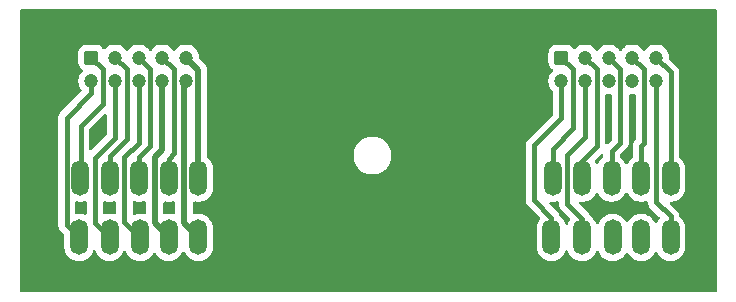
<source format=gbr>
%TF.GenerationSoftware,KiCad,Pcbnew,9.0.5*%
%TF.CreationDate,2025-10-21T11:31:10+02:00*%
%TF.ProjectId,PCB_switches,5043425f-7377-4697-9463-6865732e6b69,rev?*%
%TF.SameCoordinates,Original*%
%TF.FileFunction,Copper,L1,Top*%
%TF.FilePolarity,Positive*%
%FSLAX46Y46*%
G04 Gerber Fmt 4.6, Leading zero omitted, Abs format (unit mm)*
G04 Created by KiCad (PCBNEW 9.0.5) date 2025-10-21 11:31:10*
%MOMM*%
%LPD*%
G01*
G04 APERTURE LIST*
G04 Aperture macros list*
%AMRoundRect*
0 Rectangle with rounded corners*
0 $1 Rounding radius*
0 $2 $3 $4 $5 $6 $7 $8 $9 X,Y pos of 4 corners*
0 Add a 4 corners polygon primitive as box body*
4,1,4,$2,$3,$4,$5,$6,$7,$8,$9,$2,$3,0*
0 Add four circle primitives for the rounded corners*
1,1,$1+$1,$2,$3*
1,1,$1+$1,$4,$5*
1,1,$1+$1,$6,$7*
1,1,$1+$1,$8,$9*
0 Add four rect primitives between the rounded corners*
20,1,$1+$1,$2,$3,$4,$5,0*
20,1,$1+$1,$4,$5,$6,$7,0*
20,1,$1+$1,$6,$7,$8,$9,0*
20,1,$1+$1,$8,$9,$2,$3,0*%
G04 Aperture macros list end*
%TA.AperFunction,ComponentPad*%
%ADD10O,1.500000X3.000000*%
%TD*%
%TA.AperFunction,ComponentPad*%
%ADD11RoundRect,0.250000X-0.350000X-0.350000X0.350000X-0.350000X0.350000X0.350000X-0.350000X0.350000X0*%
%TD*%
%TA.AperFunction,ComponentPad*%
%ADD12C,1.200000*%
%TD*%
%TA.AperFunction,Conductor*%
%ADD13C,0.400000*%
%TD*%
%TA.AperFunction,Conductor*%
%ADD14C,0.500000*%
%TD*%
G04 APERTURE END LIST*
D10*
%TO.P,SW1,1,1*%
%TO.N,Net-(J1-Pin_1)*%
X104047791Y-98217500D03*
%TO.P,SW1,2,2*%
%TO.N,Net-(J1-Pin_2)*%
X106547791Y-98217500D03*
%TO.P,SW1,3,3*%
%TO.N,Net-(J1-Pin_3)*%
X109047791Y-98217500D03*
%TO.P,SW1,4,4*%
%TO.N,Net-(J1-Pin_4)*%
X111547791Y-98217500D03*
%TO.P,SW1,5,5*%
%TO.N,Net-(J1-Pin_5)*%
X114047791Y-98217500D03*
%TO.P,SW1,6,6*%
%TO.N,Net-(J1-Pin_6)*%
X103952210Y-103217500D03*
%TO.P,SW1,7,7*%
%TO.N,Net-(J1-Pin_7)*%
X106547791Y-103217500D03*
%TO.P,SW1,8,8*%
%TO.N,Net-(J1-Pin_8)*%
X109129260Y-103232421D03*
%TO.P,SW1,9,9*%
%TO.N,Net-(J1-Pin_9)*%
X111547791Y-103217500D03*
%TO.P,SW1,10,10*%
%TO.N,Net-(J1-Pin_10)*%
X114047791Y-103217500D03*
%TD*%
D11*
%TO.P,J1,1,Pin_1*%
%TO.N,Net-(J1-Pin_1)*%
X105000000Y-88000000D03*
D12*
%TO.P,J1,2,Pin_2*%
%TO.N,Net-(J1-Pin_2)*%
X107000000Y-88000000D03*
%TO.P,J1,3,Pin_3*%
%TO.N,Net-(J1-Pin_3)*%
X109000000Y-88000000D03*
%TO.P,J1,4,Pin_4*%
%TO.N,Net-(J1-Pin_4)*%
X111000000Y-88000000D03*
%TO.P,J1,5,Pin_5*%
%TO.N,Net-(J1-Pin_5)*%
X113000000Y-88000000D03*
%TO.P,J1,6,Pin_6*%
%TO.N,Net-(J1-Pin_6)*%
X105000000Y-90000000D03*
%TO.P,J1,7,Pin_7*%
%TO.N,Net-(J1-Pin_7)*%
X107000000Y-90000000D03*
%TO.P,J1,8,Pin_8*%
%TO.N,Net-(J1-Pin_8)*%
X109000000Y-90000000D03*
%TO.P,J1,9,Pin_9*%
%TO.N,Net-(J1-Pin_9)*%
X111000000Y-90000000D03*
%TO.P,J1,10,Pin_10*%
%TO.N,Net-(J1-Pin_10)*%
X113000000Y-90000000D03*
%TD*%
D11*
%TO.P,J2,1,Pin_1*%
%TO.N,Net-(J2-Pin_1)*%
X144800000Y-88000000D03*
D12*
%TO.P,J2,2,Pin_2*%
%TO.N,Net-(J2-Pin_2)*%
X146800000Y-88000000D03*
%TO.P,J2,3,Pin_3*%
%TO.N,Net-(J2-Pin_3)*%
X148800000Y-88000000D03*
%TO.P,J2,4,Pin_4*%
%TO.N,Net-(J2-Pin_4)*%
X150800000Y-88000000D03*
%TO.P,J2,5,Pin_5*%
%TO.N,Net-(J2-Pin_5)*%
X152800000Y-88000000D03*
%TO.P,J2,6,Pin_6*%
%TO.N,Net-(J2-Pin_6)*%
X144800000Y-90000000D03*
%TO.P,J2,7,Pin_7*%
%TO.N,Net-(J2-Pin_7)*%
X146800000Y-90000000D03*
%TO.P,J2,8,Pin_8*%
%TO.N,unconnected-(J2-Pin_8-Pad8)*%
X148800000Y-90000000D03*
%TO.P,J2,9,Pin_9*%
%TO.N,unconnected-(J2-Pin_9-Pad9)*%
X150800000Y-90000000D03*
%TO.P,J2,10,Pin_10*%
%TO.N,Net-(J2-Pin_10)*%
X152800000Y-90000000D03*
%TD*%
D10*
%TO.P,SW2,1,1*%
%TO.N,Net-(J2-Pin_1)*%
X144047791Y-98217500D03*
%TO.P,SW2,2,2*%
%TO.N,Net-(J2-Pin_2)*%
X146547791Y-98217500D03*
%TO.P,SW2,3,3*%
%TO.N,Net-(J2-Pin_3)*%
X149047791Y-98217500D03*
%TO.P,SW2,4,4*%
%TO.N,Net-(J2-Pin_4)*%
X151547791Y-98217500D03*
%TO.P,SW2,5,5*%
%TO.N,Net-(J2-Pin_5)*%
X154047791Y-98217500D03*
%TO.P,SW2,6,6*%
%TO.N,Net-(J2-Pin_6)*%
X143952210Y-103217500D03*
%TO.P,SW2,7,7*%
%TO.N,Net-(J2-Pin_7)*%
X146547791Y-103217500D03*
%TO.P,SW2,8,8*%
%TO.N,unconnected-(SW2-Pad8)*%
X149129260Y-103232421D03*
%TO.P,SW2,9,9*%
%TO.N,unconnected-(SW2-Pad9)*%
X151547791Y-103217500D03*
%TO.P,SW2,10,10*%
%TO.N,Net-(J2-Pin_10)*%
X154047791Y-103217500D03*
%TD*%
D13*
%TO.N,Net-(J2-Pin_6)*%
X142500000Y-95400000D02*
X144800000Y-93100000D01*
X144800000Y-93100000D02*
X144800000Y-90000000D01*
X142500000Y-100100000D02*
X142500000Y-95400000D01*
X143952210Y-101552210D02*
X142500000Y-100100000D01*
X143952210Y-103217500D02*
X143952210Y-101552210D01*
%TO.N,Net-(J2-Pin_7)*%
X145284040Y-96215960D02*
X146800000Y-94700000D01*
X146800000Y-94700000D02*
X146800000Y-90000000D01*
X145284040Y-97000000D02*
X145284040Y-96215960D01*
%TO.N,Net-(J2-Pin_10)*%
X152800000Y-100200000D02*
X154047791Y-101447791D01*
X154047791Y-101447791D02*
X154047791Y-103217500D01*
X152800000Y-90000000D02*
X152800000Y-100200000D01*
%TO.N,Net-(J2-Pin_5)*%
X154047791Y-98217500D02*
X154047791Y-89247791D01*
%TO.N,Net-(J2-Pin_4)*%
X151547791Y-95452209D02*
X151547791Y-98217500D01*
X151800000Y-95200000D02*
X151547791Y-95452209D01*
X151800000Y-89000000D02*
X151800000Y-95200000D01*
%TO.N,Net-(J2-Pin_3)*%
X149047791Y-95952209D02*
X149047791Y-98217500D01*
X149800000Y-89000000D02*
X149800000Y-95200000D01*
X149800000Y-95200000D02*
X149047791Y-95952209D01*
%TO.N,Net-(J2-Pin_2)*%
X146547791Y-96752209D02*
X146547791Y-98217500D01*
X147800000Y-89000000D02*
X147800000Y-95500000D01*
X147800000Y-95500000D02*
X146547791Y-96752209D01*
%TO.N,Net-(J2-Pin_1)*%
X144047791Y-95752209D02*
X144047791Y-98217500D01*
X145800000Y-94000000D02*
X144047791Y-95752209D01*
X145800000Y-89000000D02*
X145800000Y-94000000D01*
%TO.N,Net-(J1-Pin_6)*%
X102896791Y-102162081D02*
X103952210Y-103217500D01*
X102896791Y-93103209D02*
X102896791Y-102162081D01*
X105000000Y-91000000D02*
X102896791Y-93103209D01*
X105000000Y-90000000D02*
X105000000Y-91000000D01*
%TO.N,Net-(J1-Pin_1)*%
X104100000Y-98165291D02*
X104047791Y-98217500D01*
X106000000Y-89000000D02*
X106000000Y-91900000D01*
X106000000Y-91900000D02*
X104100000Y-93800000D01*
X104100000Y-93800000D02*
X104100000Y-98165291D01*
%TO.N,Net-(J1-Pin_2)*%
X108000000Y-94900000D02*
X108000000Y-89000000D01*
X106547791Y-96352209D02*
X108000000Y-94900000D01*
X106547791Y-98217500D02*
X106547791Y-96352209D01*
%TO.N,Net-(J1-Pin_3)*%
X110000000Y-95500000D02*
X110000000Y-89000000D01*
X109047791Y-96452209D02*
X110000000Y-95500000D01*
X109047791Y-98217500D02*
X109047791Y-96452209D01*
%TO.N,Net-(J1-Pin_7)*%
X105300000Y-96500000D02*
X107000000Y-94800000D01*
X107000000Y-94800000D02*
X107000000Y-90000000D01*
X105300000Y-101969709D02*
X105300000Y-96500000D01*
X106547791Y-103217500D02*
X105300000Y-101969709D01*
%TO.N,Net-(J1-Pin_8)*%
X107786785Y-101889946D02*
X109129260Y-103232421D01*
X107786785Y-96411064D02*
X107786785Y-101889946D01*
X109000000Y-95197849D02*
X107786785Y-96411064D01*
X109000000Y-90000000D02*
X109000000Y-95197849D01*
D14*
%TO.N,Net-(J1-Pin_9)*%
X110346791Y-102016500D02*
X111547791Y-103217500D01*
X110346791Y-96453209D02*
X110346791Y-102016500D01*
X111000000Y-95800000D02*
X110346791Y-96453209D01*
X111000000Y-90000000D02*
X111000000Y-95800000D01*
D13*
%TO.N,Net-(J1-Pin_4)*%
X112000000Y-96100000D02*
X111547791Y-96552209D01*
X111547791Y-96552209D02*
X111547791Y-98217500D01*
X112000000Y-89000000D02*
X112000000Y-96100000D01*
D14*
%TO.N,Net-(J1-Pin_5)*%
X114051000Y-98214291D02*
X114047791Y-98217500D01*
X114051000Y-89051000D02*
X114051000Y-98214291D01*
X114025500Y-89025500D02*
X114051000Y-89051000D01*
%TO.N,Net-(J1-Pin_10)*%
X112846791Y-90153209D02*
X112846791Y-102016500D01*
X112846791Y-102016500D02*
X114047791Y-103217500D01*
X113000000Y-90000000D02*
X112846791Y-90153209D01*
%TO.N,Net-(J1-Pin_5)*%
X113011003Y-88020909D02*
X114062003Y-89071909D01*
D13*
%TO.N,Net-(J1-Pin_4)*%
X111000000Y-88000000D02*
X112000000Y-89000000D01*
%TO.N,Net-(J1-Pin_3)*%
X110000000Y-89000000D02*
X109000000Y-88000000D01*
%TO.N,Net-(J1-Pin_2)*%
X108000000Y-89000000D02*
X107000000Y-88000000D01*
X106000000Y-97669709D02*
X106547791Y-98217500D01*
D14*
%TO.N,Net-(J1-Pin_1)*%
X103949000Y-98118709D02*
X104047791Y-98217500D01*
D13*
X105000000Y-88000000D02*
X106000000Y-89000000D01*
%TO.N,Net-(J2-Pin_2)*%
X146800000Y-88000000D02*
X147800000Y-89000000D01*
%TO.N,Net-(J2-Pin_1)*%
X144800000Y-88000000D02*
X145800000Y-89000000D01*
%TO.N,Net-(J2-Pin_7)*%
X146547791Y-101647791D02*
X145284040Y-100384040D01*
X145284040Y-100384040D02*
X145284040Y-96956157D01*
X146547791Y-103217500D02*
X146547791Y-101647791D01*
%TO.N,Net-(J2-Pin_4)*%
X150800000Y-88000000D02*
X151800000Y-89000000D01*
%TO.N,Net-(J2-Pin_3)*%
X148800000Y-88000000D02*
X149800000Y-89000000D01*
%TO.N,Net-(J2-Pin_5)*%
X154047791Y-89247791D02*
X152800000Y-88000000D01*
%TD*%
%TA.AperFunction,NonConductor*%
G36*
X157892539Y-83907730D02*
G01*
X157938294Y-83960534D01*
X157949500Y-84012045D01*
X157949500Y-107763045D01*
X157929815Y-107830084D01*
X157877011Y-107875839D01*
X157825500Y-107887045D01*
X99074500Y-107887045D01*
X99007461Y-107867360D01*
X98961706Y-107814556D01*
X98950500Y-107763045D01*
X98950500Y-102231077D01*
X102196290Y-102231077D01*
X102223209Y-102366403D01*
X102223212Y-102366413D01*
X102276013Y-102493888D01*
X102352678Y-102608626D01*
X102352679Y-102608627D01*
X102665391Y-102921338D01*
X102698876Y-102982661D01*
X102701710Y-103009019D01*
X102701710Y-104065922D01*
X102732500Y-104260326D01*
X102793327Y-104447529D01*
X102857230Y-104572945D01*
X102882686Y-104622905D01*
X102998382Y-104782146D01*
X103137564Y-104921328D01*
X103296805Y-105037024D01*
X103379665Y-105079243D01*
X103472180Y-105126382D01*
X103472182Y-105126382D01*
X103472185Y-105126384D01*
X103518101Y-105141303D01*
X103659383Y-105187209D01*
X103853788Y-105218000D01*
X103853793Y-105218000D01*
X104050632Y-105218000D01*
X104245036Y-105187209D01*
X104432235Y-105126384D01*
X104607615Y-105037024D01*
X104766856Y-104921328D01*
X104906038Y-104782146D01*
X105021734Y-104622905D01*
X105111094Y-104447525D01*
X105132070Y-104382967D01*
X105171506Y-104325294D01*
X105235865Y-104298095D01*
X105304711Y-104310009D01*
X105356187Y-104357253D01*
X105367931Y-104382968D01*
X105388908Y-104447529D01*
X105452811Y-104572945D01*
X105478267Y-104622905D01*
X105593963Y-104782146D01*
X105733145Y-104921328D01*
X105892386Y-105037024D01*
X105975246Y-105079243D01*
X106067761Y-105126382D01*
X106067763Y-105126382D01*
X106067766Y-105126384D01*
X106113682Y-105141303D01*
X106254964Y-105187209D01*
X106449369Y-105218000D01*
X106449374Y-105218000D01*
X106646213Y-105218000D01*
X106840617Y-105187209D01*
X107027816Y-105126384D01*
X107203196Y-105037024D01*
X107362437Y-104921328D01*
X107501619Y-104782146D01*
X107617315Y-104622905D01*
X107706675Y-104447525D01*
X107718170Y-104412144D01*
X107757607Y-104354470D01*
X107821965Y-104327271D01*
X107890812Y-104339185D01*
X107942288Y-104386429D01*
X107954031Y-104412142D01*
X107955918Y-104417948D01*
X107970377Y-104462450D01*
X108052133Y-104622905D01*
X108059736Y-104637826D01*
X108175432Y-104797067D01*
X108314614Y-104936249D01*
X108473855Y-105051945D01*
X108556715Y-105094164D01*
X108649230Y-105141303D01*
X108649232Y-105141303D01*
X108649235Y-105141305D01*
X108749577Y-105173908D01*
X108836433Y-105202130D01*
X109030838Y-105232921D01*
X109030843Y-105232921D01*
X109227682Y-105232921D01*
X109422086Y-105202130D01*
X109609285Y-105141305D01*
X109784665Y-105051945D01*
X109943906Y-104936249D01*
X110083088Y-104797067D01*
X110198784Y-104637826D01*
X110231842Y-104572944D01*
X110279814Y-104522150D01*
X110347635Y-104505354D01*
X110413770Y-104527890D01*
X110452811Y-104572945D01*
X110478267Y-104622905D01*
X110593963Y-104782146D01*
X110733145Y-104921328D01*
X110892386Y-105037024D01*
X110975246Y-105079243D01*
X111067761Y-105126382D01*
X111067763Y-105126382D01*
X111067766Y-105126384D01*
X111113682Y-105141303D01*
X111254964Y-105187209D01*
X111449369Y-105218000D01*
X111449374Y-105218000D01*
X111646213Y-105218000D01*
X111840617Y-105187209D01*
X112027816Y-105126384D01*
X112203196Y-105037024D01*
X112362437Y-104921328D01*
X112501619Y-104782146D01*
X112617315Y-104622905D01*
X112687306Y-104485538D01*
X112735280Y-104434743D01*
X112803101Y-104417948D01*
X112869236Y-104440485D01*
X112908275Y-104485538D01*
X112978267Y-104622905D01*
X113093963Y-104782146D01*
X113233145Y-104921328D01*
X113392386Y-105037024D01*
X113475246Y-105079243D01*
X113567761Y-105126382D01*
X113567763Y-105126382D01*
X113567766Y-105126384D01*
X113613682Y-105141303D01*
X113754964Y-105187209D01*
X113949369Y-105218000D01*
X113949374Y-105218000D01*
X114146213Y-105218000D01*
X114340617Y-105187209D01*
X114527816Y-105126384D01*
X114703196Y-105037024D01*
X114862437Y-104921328D01*
X115001619Y-104782146D01*
X115117315Y-104622905D01*
X115206675Y-104447525D01*
X115267500Y-104260326D01*
X115298291Y-104065922D01*
X115298291Y-102369077D01*
X115267500Y-102174673D01*
X115227650Y-102052030D01*
X115206675Y-101987475D01*
X115206673Y-101987472D01*
X115206673Y-101987470D01*
X115124918Y-101827017D01*
X115117315Y-101812095D01*
X115001619Y-101652854D01*
X114862437Y-101513672D01*
X114703196Y-101397976D01*
X114665557Y-101378798D01*
X114527820Y-101308617D01*
X114340617Y-101247790D01*
X114146213Y-101217000D01*
X114146208Y-101217000D01*
X113949374Y-101217000D01*
X113949369Y-101217000D01*
X113754961Y-101247791D01*
X113750225Y-101248928D01*
X113680443Y-101245430D01*
X113623630Y-101204760D01*
X113597824Y-101139830D01*
X113597291Y-101128351D01*
X113597291Y-100306647D01*
X113616976Y-100239608D01*
X113669780Y-100193853D01*
X113738938Y-100183909D01*
X113750249Y-100186076D01*
X113754959Y-100187207D01*
X113754965Y-100187209D01*
X113754970Y-100187209D01*
X113754971Y-100187210D01*
X113949369Y-100218000D01*
X113949374Y-100218000D01*
X114146213Y-100218000D01*
X114340617Y-100187209D01*
X114350773Y-100183909D01*
X114396670Y-100168996D01*
X141799499Y-100168996D01*
X141826418Y-100304322D01*
X141826421Y-100304332D01*
X141879222Y-100431807D01*
X141955887Y-100546545D01*
X141955888Y-100546546D01*
X142950348Y-101541005D01*
X142983833Y-101602328D01*
X142978849Y-101672020D01*
X142962985Y-101701571D01*
X142882688Y-101812090D01*
X142793327Y-101987470D01*
X142732500Y-102174673D01*
X142701710Y-102369077D01*
X142701710Y-104065922D01*
X142732500Y-104260326D01*
X142793327Y-104447529D01*
X142857230Y-104572945D01*
X142882686Y-104622905D01*
X142998382Y-104782146D01*
X143137564Y-104921328D01*
X143296805Y-105037024D01*
X143379665Y-105079243D01*
X143472180Y-105126382D01*
X143472182Y-105126382D01*
X143472185Y-105126384D01*
X143518101Y-105141303D01*
X143659383Y-105187209D01*
X143853788Y-105218000D01*
X143853793Y-105218000D01*
X144050632Y-105218000D01*
X144245036Y-105187209D01*
X144432235Y-105126384D01*
X144607615Y-105037024D01*
X144766856Y-104921328D01*
X144906038Y-104782146D01*
X145021734Y-104622905D01*
X145111094Y-104447525D01*
X145132070Y-104382967D01*
X145171506Y-104325294D01*
X145235865Y-104298095D01*
X145304711Y-104310009D01*
X145356187Y-104357253D01*
X145367931Y-104382968D01*
X145388908Y-104447529D01*
X145452811Y-104572945D01*
X145478267Y-104622905D01*
X145593963Y-104782146D01*
X145733145Y-104921328D01*
X145892386Y-105037024D01*
X145975246Y-105079243D01*
X146067761Y-105126382D01*
X146067763Y-105126382D01*
X146067766Y-105126384D01*
X146113682Y-105141303D01*
X146254964Y-105187209D01*
X146449369Y-105218000D01*
X146449374Y-105218000D01*
X146646213Y-105218000D01*
X146840617Y-105187209D01*
X147027816Y-105126384D01*
X147203196Y-105037024D01*
X147362437Y-104921328D01*
X147501619Y-104782146D01*
X147617315Y-104622905D01*
X147706675Y-104447525D01*
X147718170Y-104412144D01*
X147757607Y-104354470D01*
X147821965Y-104327271D01*
X147890812Y-104339185D01*
X147942288Y-104386429D01*
X147954031Y-104412142D01*
X147955918Y-104417948D01*
X147970377Y-104462450D01*
X148052133Y-104622905D01*
X148059736Y-104637826D01*
X148175432Y-104797067D01*
X148314614Y-104936249D01*
X148473855Y-105051945D01*
X148556715Y-105094164D01*
X148649230Y-105141303D01*
X148649232Y-105141303D01*
X148649235Y-105141305D01*
X148749577Y-105173908D01*
X148836433Y-105202130D01*
X149030838Y-105232921D01*
X149030843Y-105232921D01*
X149227682Y-105232921D01*
X149422086Y-105202130D01*
X149609285Y-105141305D01*
X149784665Y-105051945D01*
X149943906Y-104936249D01*
X150083088Y-104797067D01*
X150198784Y-104637826D01*
X150231842Y-104572944D01*
X150279814Y-104522150D01*
X150347635Y-104505354D01*
X150413770Y-104527890D01*
X150452811Y-104572945D01*
X150478267Y-104622905D01*
X150593963Y-104782146D01*
X150733145Y-104921328D01*
X150892386Y-105037024D01*
X150975246Y-105079243D01*
X151067761Y-105126382D01*
X151067763Y-105126382D01*
X151067766Y-105126384D01*
X151113682Y-105141303D01*
X151254964Y-105187209D01*
X151449369Y-105218000D01*
X151449374Y-105218000D01*
X151646213Y-105218000D01*
X151840617Y-105187209D01*
X152027816Y-105126384D01*
X152203196Y-105037024D01*
X152362437Y-104921328D01*
X152501619Y-104782146D01*
X152617315Y-104622905D01*
X152687306Y-104485538D01*
X152735280Y-104434743D01*
X152803101Y-104417948D01*
X152869236Y-104440485D01*
X152908275Y-104485538D01*
X152978267Y-104622905D01*
X153093963Y-104782146D01*
X153233145Y-104921328D01*
X153392386Y-105037024D01*
X153475246Y-105079243D01*
X153567761Y-105126382D01*
X153567763Y-105126382D01*
X153567766Y-105126384D01*
X153613682Y-105141303D01*
X153754964Y-105187209D01*
X153949369Y-105218000D01*
X153949374Y-105218000D01*
X154146213Y-105218000D01*
X154340617Y-105187209D01*
X154527816Y-105126384D01*
X154703196Y-105037024D01*
X154862437Y-104921328D01*
X155001619Y-104782146D01*
X155117315Y-104622905D01*
X155206675Y-104447525D01*
X155267500Y-104260326D01*
X155298291Y-104065922D01*
X155298291Y-102369077D01*
X155267500Y-102174673D01*
X155227650Y-102052030D01*
X155206675Y-101987475D01*
X155206673Y-101987472D01*
X155206673Y-101987470D01*
X155124918Y-101827017D01*
X155117315Y-101812095D01*
X155001619Y-101652854D01*
X154862437Y-101513672D01*
X154862436Y-101513671D01*
X154798858Y-101467478D01*
X154780969Y-101444278D01*
X154760967Y-101422876D01*
X154758860Y-101415605D01*
X154756193Y-101412147D01*
X154749757Y-101389409D01*
X154748291Y-101381371D01*
X154748291Y-101378798D01*
X154742844Y-101351416D01*
X154721371Y-101243463D01*
X154721369Y-101243458D01*
X154668568Y-101115983D01*
X154591903Y-101001245D01*
X154591902Y-101001244D01*
X154020338Y-100429681D01*
X153986853Y-100368358D01*
X153991837Y-100298667D01*
X154033708Y-100242733D01*
X154099173Y-100218316D01*
X154108019Y-100218000D01*
X154146213Y-100218000D01*
X154340617Y-100187209D01*
X154350773Y-100183909D01*
X154527816Y-100126384D01*
X154703196Y-100037024D01*
X154862437Y-99921328D01*
X155001619Y-99782146D01*
X155117315Y-99622905D01*
X155206675Y-99447525D01*
X155267500Y-99260326D01*
X155298291Y-99065922D01*
X155298291Y-97369077D01*
X155267500Y-97174673D01*
X155215177Y-97013641D01*
X155206675Y-96987475D01*
X155206673Y-96987472D01*
X155206673Y-96987470D01*
X155117314Y-96812094D01*
X155109494Y-96801331D01*
X155001619Y-96652854D01*
X154862437Y-96513672D01*
X154799404Y-96467875D01*
X154756739Y-96412545D01*
X154748291Y-96367558D01*
X154748291Y-89178798D01*
X154744668Y-89160588D01*
X154744668Y-89160586D01*
X154721371Y-89043463D01*
X154721369Y-89043458D01*
X154668568Y-88915983D01*
X154591903Y-88801245D01*
X153936819Y-88146161D01*
X153903334Y-88084838D01*
X153900500Y-88058480D01*
X153900500Y-87913389D01*
X153873402Y-87742302D01*
X153873402Y-87742299D01*
X153819873Y-87577555D01*
X153741232Y-87423212D01*
X153639414Y-87283072D01*
X153516928Y-87160586D01*
X153376788Y-87058768D01*
X153222445Y-86980127D01*
X153057701Y-86926598D01*
X153057699Y-86926597D01*
X153057698Y-86926597D01*
X152926271Y-86905781D01*
X152886611Y-86899500D01*
X152713389Y-86899500D01*
X152673728Y-86905781D01*
X152542302Y-86926597D01*
X152377552Y-86980128D01*
X152223211Y-87058768D01*
X152143256Y-87116859D01*
X152083072Y-87160586D01*
X152083070Y-87160588D01*
X152083069Y-87160588D01*
X151960588Y-87283069D01*
X151960581Y-87283078D01*
X151900317Y-87366023D01*
X151844987Y-87408689D01*
X151775374Y-87414667D01*
X151713579Y-87382061D01*
X151699683Y-87366023D01*
X151639418Y-87283078D01*
X151639414Y-87283072D01*
X151516928Y-87160586D01*
X151376788Y-87058768D01*
X151222445Y-86980127D01*
X151057701Y-86926598D01*
X151057699Y-86926597D01*
X151057698Y-86926597D01*
X150926271Y-86905781D01*
X150886611Y-86899500D01*
X150713389Y-86899500D01*
X150673728Y-86905781D01*
X150542302Y-86926597D01*
X150377552Y-86980128D01*
X150223211Y-87058768D01*
X150143256Y-87116859D01*
X150083072Y-87160586D01*
X150083070Y-87160588D01*
X150083069Y-87160588D01*
X149960588Y-87283069D01*
X149960581Y-87283078D01*
X149900317Y-87366023D01*
X149844987Y-87408689D01*
X149775374Y-87414667D01*
X149713579Y-87382061D01*
X149699683Y-87366023D01*
X149639418Y-87283078D01*
X149639414Y-87283072D01*
X149516928Y-87160586D01*
X149376788Y-87058768D01*
X149222445Y-86980127D01*
X149057701Y-86926598D01*
X149057699Y-86926597D01*
X149057698Y-86926597D01*
X148926271Y-86905781D01*
X148886611Y-86899500D01*
X148713389Y-86899500D01*
X148673728Y-86905781D01*
X148542302Y-86926597D01*
X148377552Y-86980128D01*
X148223211Y-87058768D01*
X148143256Y-87116859D01*
X148083072Y-87160586D01*
X148083070Y-87160588D01*
X148083069Y-87160588D01*
X147960588Y-87283069D01*
X147960581Y-87283078D01*
X147900317Y-87366023D01*
X147844987Y-87408689D01*
X147775374Y-87414667D01*
X147713579Y-87382061D01*
X147699683Y-87366023D01*
X147639418Y-87283078D01*
X147639414Y-87283072D01*
X147516928Y-87160586D01*
X147376788Y-87058768D01*
X147222445Y-86980127D01*
X147057701Y-86926598D01*
X147057699Y-86926597D01*
X147057698Y-86926597D01*
X146926271Y-86905781D01*
X146886611Y-86899500D01*
X146713389Y-86899500D01*
X146673728Y-86905781D01*
X146542302Y-86926597D01*
X146377552Y-86980128D01*
X146223211Y-87058768D01*
X146083073Y-87160585D01*
X145975530Y-87268128D01*
X145914207Y-87301612D01*
X145844515Y-87296628D01*
X145788582Y-87254756D01*
X145782310Y-87245543D01*
X145742712Y-87181344D01*
X145618656Y-87057288D01*
X145493559Y-86980128D01*
X145469336Y-86965187D01*
X145469331Y-86965185D01*
X145467862Y-86964698D01*
X145302797Y-86910001D01*
X145302795Y-86910000D01*
X145200010Y-86899500D01*
X144399998Y-86899500D01*
X144399980Y-86899501D01*
X144297203Y-86910000D01*
X144297200Y-86910001D01*
X144130668Y-86965185D01*
X144130663Y-86965187D01*
X143981342Y-87057289D01*
X143857289Y-87181342D01*
X143765187Y-87330663D01*
X143765186Y-87330666D01*
X143710001Y-87497203D01*
X143710001Y-87497204D01*
X143710000Y-87497204D01*
X143699500Y-87599983D01*
X143699500Y-88400001D01*
X143699501Y-88400019D01*
X143710000Y-88502796D01*
X143710001Y-88502799D01*
X143724676Y-88547084D01*
X143765186Y-88669334D01*
X143857288Y-88818656D01*
X143981344Y-88942712D01*
X144045543Y-88982310D01*
X144092268Y-89034258D01*
X144103489Y-89103221D01*
X144075646Y-89167303D01*
X144068128Y-89175530D01*
X143960585Y-89283073D01*
X143858768Y-89423211D01*
X143780128Y-89577552D01*
X143726597Y-89742302D01*
X143699500Y-89913389D01*
X143699500Y-90086611D01*
X143726598Y-90257701D01*
X143780127Y-90422445D01*
X143858768Y-90576788D01*
X143960586Y-90716928D01*
X143960588Y-90716930D01*
X144063181Y-90819523D01*
X144096666Y-90880846D01*
X144099500Y-90907204D01*
X144099500Y-92758480D01*
X144079815Y-92825519D01*
X144063181Y-92846161D01*
X141955888Y-94953453D01*
X141955887Y-94953454D01*
X141879222Y-95068192D01*
X141826421Y-95195667D01*
X141826418Y-95195679D01*
X141806797Y-95294318D01*
X141806786Y-95294376D01*
X141806529Y-95295672D01*
X141799500Y-95331007D01*
X141799500Y-100031006D01*
X141799500Y-100168994D01*
X141799500Y-100168996D01*
X141799499Y-100168996D01*
X114396670Y-100168996D01*
X114527816Y-100126384D01*
X114703196Y-100037024D01*
X114862437Y-99921328D01*
X115001619Y-99782146D01*
X115117315Y-99622905D01*
X115206675Y-99447525D01*
X115267500Y-99260326D01*
X115298291Y-99065922D01*
X115298291Y-97369077D01*
X115267500Y-97174673D01*
X115215177Y-97013641D01*
X115206675Y-96987475D01*
X115206673Y-96987472D01*
X115206673Y-96987470D01*
X115117314Y-96812094D01*
X115109494Y-96801331D01*
X115001619Y-96652854D01*
X114862437Y-96513672D01*
X114852610Y-96506532D01*
X114849271Y-96502201D01*
X114844297Y-96499930D01*
X114828165Y-96474828D01*
X114809947Y-96451200D01*
X114808694Y-96444531D01*
X114806523Y-96441152D01*
X114801500Y-96406217D01*
X114801500Y-96174038D01*
X127199500Y-96174038D01*
X127199500Y-96425962D01*
X127211575Y-96502201D01*
X127238910Y-96674785D01*
X127316760Y-96914383D01*
X127431132Y-97138848D01*
X127579201Y-97342649D01*
X127579205Y-97342654D01*
X127757345Y-97520794D01*
X127757350Y-97520798D01*
X127935117Y-97649952D01*
X127961155Y-97668870D01*
X128104184Y-97741747D01*
X128185616Y-97783239D01*
X128185618Y-97783239D01*
X128185621Y-97783241D01*
X128425215Y-97861090D01*
X128674038Y-97900500D01*
X128674039Y-97900500D01*
X128925961Y-97900500D01*
X128925962Y-97900500D01*
X129174785Y-97861090D01*
X129414379Y-97783241D01*
X129638845Y-97668870D01*
X129842656Y-97520793D01*
X130020793Y-97342656D01*
X130168870Y-97138845D01*
X130283241Y-96914379D01*
X130361090Y-96674785D01*
X130400500Y-96425962D01*
X130400500Y-96174038D01*
X130361090Y-95925215D01*
X130283241Y-95685621D01*
X130283239Y-95685618D01*
X130283239Y-95685616D01*
X130213059Y-95547881D01*
X130168870Y-95461155D01*
X130146966Y-95431006D01*
X130122841Y-95397800D01*
X130020798Y-95257350D01*
X130020794Y-95257345D01*
X129842654Y-95079205D01*
X129842649Y-95079201D01*
X129638848Y-94931132D01*
X129638847Y-94931131D01*
X129638845Y-94931130D01*
X129568747Y-94895413D01*
X129414383Y-94816760D01*
X129174785Y-94738910D01*
X128925962Y-94699500D01*
X128674038Y-94699500D01*
X128549626Y-94719205D01*
X128425214Y-94738910D01*
X128185616Y-94816760D01*
X127961151Y-94931132D01*
X127757350Y-95079201D01*
X127757345Y-95079205D01*
X127579205Y-95257345D01*
X127579201Y-95257350D01*
X127431132Y-95461151D01*
X127316760Y-95685616D01*
X127238910Y-95925214D01*
X127207812Y-96121561D01*
X127199500Y-96174038D01*
X114801500Y-96174038D01*
X114801500Y-89213348D01*
X114803883Y-89189156D01*
X114805943Y-89178798D01*
X114812502Y-89145826D01*
X114812502Y-88997991D01*
X114783661Y-88852996D01*
X114783659Y-88852991D01*
X114727240Y-88716782D01*
X114727238Y-88716780D01*
X114727087Y-88716414D01*
X114720924Y-88707191D01*
X114716084Y-88695505D01*
X114633951Y-88572584D01*
X114608451Y-88547084D01*
X114503916Y-88442548D01*
X114484213Y-88429383D01*
X114465423Y-88413962D01*
X114136819Y-88085357D01*
X114103334Y-88024034D01*
X114100500Y-87997676D01*
X114100500Y-87913389D01*
X114073402Y-87742302D01*
X114073402Y-87742299D01*
X114019873Y-87577555D01*
X113941232Y-87423212D01*
X113839414Y-87283072D01*
X113716928Y-87160586D01*
X113576788Y-87058768D01*
X113422445Y-86980127D01*
X113257701Y-86926598D01*
X113257699Y-86926597D01*
X113257698Y-86926597D01*
X113126271Y-86905781D01*
X113086611Y-86899500D01*
X112913389Y-86899500D01*
X112873728Y-86905781D01*
X112742302Y-86926597D01*
X112577552Y-86980128D01*
X112423211Y-87058768D01*
X112343256Y-87116859D01*
X112283072Y-87160586D01*
X112283070Y-87160588D01*
X112283069Y-87160588D01*
X112160588Y-87283069D01*
X112160581Y-87283078D01*
X112100317Y-87366023D01*
X112044987Y-87408689D01*
X111975374Y-87414667D01*
X111913579Y-87382061D01*
X111899683Y-87366023D01*
X111839418Y-87283078D01*
X111839414Y-87283072D01*
X111716928Y-87160586D01*
X111576788Y-87058768D01*
X111422445Y-86980127D01*
X111257701Y-86926598D01*
X111257699Y-86926597D01*
X111257698Y-86926597D01*
X111126271Y-86905781D01*
X111086611Y-86899500D01*
X110913389Y-86899500D01*
X110873728Y-86905781D01*
X110742302Y-86926597D01*
X110577552Y-86980128D01*
X110423211Y-87058768D01*
X110343256Y-87116859D01*
X110283072Y-87160586D01*
X110283070Y-87160588D01*
X110283069Y-87160588D01*
X110160588Y-87283069D01*
X110160581Y-87283078D01*
X110100317Y-87366023D01*
X110044987Y-87408689D01*
X109975374Y-87414667D01*
X109913579Y-87382061D01*
X109899683Y-87366023D01*
X109839418Y-87283078D01*
X109839414Y-87283072D01*
X109716928Y-87160586D01*
X109576788Y-87058768D01*
X109422445Y-86980127D01*
X109257701Y-86926598D01*
X109257699Y-86926597D01*
X109257698Y-86926597D01*
X109126271Y-86905781D01*
X109086611Y-86899500D01*
X108913389Y-86899500D01*
X108873728Y-86905781D01*
X108742302Y-86926597D01*
X108577552Y-86980128D01*
X108423211Y-87058768D01*
X108343256Y-87116859D01*
X108283072Y-87160586D01*
X108283070Y-87160588D01*
X108283069Y-87160588D01*
X108160588Y-87283069D01*
X108160581Y-87283078D01*
X108100317Y-87366023D01*
X108044987Y-87408689D01*
X107975374Y-87414667D01*
X107913579Y-87382061D01*
X107899683Y-87366023D01*
X107839418Y-87283078D01*
X107839414Y-87283072D01*
X107716928Y-87160586D01*
X107576788Y-87058768D01*
X107422445Y-86980127D01*
X107257701Y-86926598D01*
X107257699Y-86926597D01*
X107257698Y-86926597D01*
X107126271Y-86905781D01*
X107086611Y-86899500D01*
X106913389Y-86899500D01*
X106873728Y-86905781D01*
X106742302Y-86926597D01*
X106577552Y-86980128D01*
X106423211Y-87058768D01*
X106283073Y-87160585D01*
X106175530Y-87268128D01*
X106114207Y-87301612D01*
X106044515Y-87296628D01*
X105988582Y-87254756D01*
X105982310Y-87245543D01*
X105942712Y-87181344D01*
X105818656Y-87057288D01*
X105693559Y-86980128D01*
X105669336Y-86965187D01*
X105669331Y-86965185D01*
X105667862Y-86964698D01*
X105502797Y-86910001D01*
X105502795Y-86910000D01*
X105400010Y-86899500D01*
X104599998Y-86899500D01*
X104599980Y-86899501D01*
X104497203Y-86910000D01*
X104497200Y-86910001D01*
X104330668Y-86965185D01*
X104330663Y-86965187D01*
X104181342Y-87057289D01*
X104057289Y-87181342D01*
X103965187Y-87330663D01*
X103965186Y-87330666D01*
X103910001Y-87497203D01*
X103910001Y-87497204D01*
X103910000Y-87497204D01*
X103899500Y-87599983D01*
X103899500Y-88400001D01*
X103899501Y-88400019D01*
X103910000Y-88502796D01*
X103910001Y-88502799D01*
X103924676Y-88547084D01*
X103965186Y-88669334D01*
X104057288Y-88818656D01*
X104181344Y-88942712D01*
X104245543Y-88982310D01*
X104292268Y-89034258D01*
X104303489Y-89103221D01*
X104275646Y-89167303D01*
X104268128Y-89175530D01*
X104160585Y-89283073D01*
X104058768Y-89423211D01*
X103980128Y-89577552D01*
X103926597Y-89742302D01*
X103899500Y-89913389D01*
X103899500Y-90086610D01*
X103926597Y-90257697D01*
X103980128Y-90422447D01*
X104058768Y-90576788D01*
X104153810Y-90707601D01*
X104177290Y-90773408D01*
X104161465Y-90841461D01*
X104141173Y-90868168D01*
X102352678Y-92656663D01*
X102276013Y-92771401D01*
X102223212Y-92898876D01*
X102223209Y-92898888D01*
X102197605Y-93027604D01*
X102197600Y-93027633D01*
X102196930Y-93031006D01*
X102196291Y-93034216D01*
X102196291Y-102093087D01*
X102196291Y-102231075D01*
X102196291Y-102231077D01*
X102196290Y-102231077D01*
X98950500Y-102231077D01*
X98950500Y-84012045D01*
X98970185Y-83945006D01*
X99022989Y-83899251D01*
X99074500Y-83888045D01*
X157825500Y-83888045D01*
X157892539Y-83907730D01*
G37*
%TD.AperFunction*%
%TA.AperFunction,NonConductor*%
G36*
X148643777Y-91089474D02*
G01*
X148713389Y-91100500D01*
X148713391Y-91100500D01*
X148886609Y-91100500D01*
X148886611Y-91100500D01*
X148956103Y-91089493D01*
X149025395Y-91098447D01*
X149078847Y-91143443D01*
X149099487Y-91210194D01*
X149099500Y-91211966D01*
X149099500Y-94858481D01*
X149079815Y-94925520D01*
X149063181Y-94946162D01*
X148712181Y-95297162D01*
X148650858Y-95330647D01*
X148581166Y-95325663D01*
X148525233Y-95283791D01*
X148500816Y-95218327D01*
X148500500Y-95209481D01*
X148500500Y-91211966D01*
X148520185Y-91144927D01*
X148572989Y-91099172D01*
X148642147Y-91089228D01*
X148643777Y-91089474D01*
G37*
%TD.AperFunction*%
%TA.AperFunction,NonConductor*%
G36*
X150643777Y-91089474D02*
G01*
X150713389Y-91100500D01*
X150713391Y-91100500D01*
X150886609Y-91100500D01*
X150886611Y-91100500D01*
X150956103Y-91089493D01*
X151025395Y-91098447D01*
X151078847Y-91143443D01*
X151099487Y-91210194D01*
X151099500Y-91211966D01*
X151099500Y-94858480D01*
X151079815Y-94925519D01*
X151063181Y-94946161D01*
X151003679Y-95005662D01*
X151003678Y-95005663D01*
X150927014Y-95120401D01*
X150874212Y-95247877D01*
X150874209Y-95247889D01*
X150862717Y-95305662D01*
X150862716Y-95305669D01*
X150847291Y-95383213D01*
X150847291Y-96367558D01*
X150827606Y-96434597D01*
X150796178Y-96467875D01*
X150733145Y-96513671D01*
X150593965Y-96652851D01*
X150593965Y-96652852D01*
X150593963Y-96652854D01*
X150583052Y-96667872D01*
X150478267Y-96812094D01*
X150408276Y-96949460D01*
X150360301Y-97000256D01*
X150292480Y-97017051D01*
X150226345Y-96994514D01*
X150187306Y-96949460D01*
X150117314Y-96812094D01*
X150109494Y-96801331D01*
X150001619Y-96652854D01*
X149862437Y-96513672D01*
X149799404Y-96467875D01*
X149796063Y-96463543D01*
X149791088Y-96461271D01*
X149774958Y-96436173D01*
X149756739Y-96412545D01*
X149755486Y-96405872D01*
X149753314Y-96402493D01*
X149748291Y-96367558D01*
X149748291Y-96293728D01*
X149767976Y-96226689D01*
X149784610Y-96206047D01*
X150344112Y-95646545D01*
X150344114Y-95646543D01*
X150420775Y-95531811D01*
X150473580Y-95404329D01*
X150479541Y-95374357D01*
X150485557Y-95344117D01*
X150485557Y-95344114D01*
X150500500Y-95268993D01*
X150500500Y-91211966D01*
X150520185Y-91144927D01*
X150572989Y-91099172D01*
X150642147Y-91089228D01*
X150643777Y-91089474D01*
G37*
%TD.AperFunction*%
%TA.AperFunction,NonConductor*%
G36*
X148266625Y-96126545D02*
G01*
X148322558Y-96168417D01*
X148346975Y-96233881D01*
X148347291Y-96242727D01*
X148347291Y-96367558D01*
X148327606Y-96434597D01*
X148296178Y-96467875D01*
X148233145Y-96513671D01*
X148093965Y-96652851D01*
X148093965Y-96652852D01*
X148093963Y-96652854D01*
X148083052Y-96667872D01*
X147978267Y-96812094D01*
X147908276Y-96949460D01*
X147899790Y-96958444D01*
X147895186Y-96969913D01*
X147876250Y-96983368D01*
X147860301Y-97000256D01*
X147848304Y-97003226D01*
X147838231Y-97010385D01*
X147815027Y-97011467D01*
X147792480Y-97017051D01*
X147780783Y-97013065D01*
X147768437Y-97013641D01*
X147748331Y-97002006D01*
X147726345Y-96994514D01*
X147717184Y-96983982D01*
X147707963Y-96978646D01*
X147687956Y-96950378D01*
X147687519Y-96949876D01*
X147687354Y-96949555D01*
X147617315Y-96812095D01*
X147615075Y-96809012D01*
X147611125Y-96801331D01*
X147605385Y-96771391D01*
X147597425Y-96741965D01*
X147598870Y-96737406D01*
X147597970Y-96732711D01*
X147609328Y-96704421D01*
X147618541Y-96675362D01*
X147623328Y-96669550D01*
X147624002Y-96667872D01*
X147625710Y-96666657D01*
X147633710Y-96656945D01*
X148135611Y-96155045D01*
X148196933Y-96121561D01*
X148266625Y-96126545D01*
G37*
%TD.AperFunction*%
%TA.AperFunction,NonConductor*%
G36*
X150369236Y-99440485D02*
G01*
X150408275Y-99485538D01*
X150478267Y-99622905D01*
X150593963Y-99782146D01*
X150733145Y-99921328D01*
X150892386Y-100037024D01*
X150964346Y-100073689D01*
X151067761Y-100126382D01*
X151067763Y-100126382D01*
X151067766Y-100126384D01*
X151149601Y-100152974D01*
X151254964Y-100187209D01*
X151449369Y-100218000D01*
X151449374Y-100218000D01*
X151646213Y-100218000D01*
X151840617Y-100187209D01*
X151882658Y-100173549D01*
X151937181Y-100155832D01*
X152007022Y-100153838D01*
X152066855Y-100189918D01*
X152097684Y-100252618D01*
X152098572Y-100262966D01*
X152098903Y-100262934D01*
X152099499Y-100268996D01*
X152126418Y-100404322D01*
X152126421Y-100404332D01*
X152179222Y-100531807D01*
X152255887Y-100646545D01*
X152255888Y-100646546D01*
X153090408Y-101481065D01*
X153123893Y-101542388D01*
X153118909Y-101612079D01*
X153097021Y-101649273D01*
X153093968Y-101652847D01*
X152978267Y-101812094D01*
X152908276Y-101949460D01*
X152860301Y-102000256D01*
X152792480Y-102017051D01*
X152726345Y-101994514D01*
X152687306Y-101949460D01*
X152624918Y-101827017D01*
X152617315Y-101812095D01*
X152501619Y-101652854D01*
X152362437Y-101513672D01*
X152203196Y-101397976D01*
X152165557Y-101378798D01*
X152027820Y-101308617D01*
X151840617Y-101247790D01*
X151646213Y-101217000D01*
X151646208Y-101217000D01*
X151449374Y-101217000D01*
X151449369Y-101217000D01*
X151254964Y-101247790D01*
X151067761Y-101308617D01*
X150892385Y-101397976D01*
X150828657Y-101444278D01*
X150733145Y-101513672D01*
X150733143Y-101513674D01*
X150733142Y-101513674D01*
X150593965Y-101652851D01*
X150593965Y-101652852D01*
X150593963Y-101652854D01*
X150580596Y-101671252D01*
X150478267Y-101812094D01*
X150445209Y-101876975D01*
X150397234Y-101927771D01*
X150329413Y-101944566D01*
X150263278Y-101922029D01*
X150224239Y-101876974D01*
X150198785Y-101827017D01*
X150181404Y-101803095D01*
X150083088Y-101667775D01*
X149943906Y-101528593D01*
X149784665Y-101412897D01*
X149754535Y-101397545D01*
X149609289Y-101323538D01*
X149422086Y-101262711D01*
X149227682Y-101231921D01*
X149227677Y-101231921D01*
X149030843Y-101231921D01*
X149030838Y-101231921D01*
X148836433Y-101262711D01*
X148649230Y-101323538D01*
X148473854Y-101412897D01*
X148398731Y-101467478D01*
X148314614Y-101528593D01*
X148314612Y-101528595D01*
X148314611Y-101528595D01*
X148175434Y-101667772D01*
X148175434Y-101667773D01*
X148175432Y-101667775D01*
X148172906Y-101671252D01*
X148059736Y-101827015D01*
X147970376Y-102002394D01*
X147958879Y-102037778D01*
X147919440Y-102095452D01*
X147855081Y-102122649D01*
X147786235Y-102110733D01*
X147734760Y-102063488D01*
X147723019Y-102037779D01*
X147706675Y-101987475D01*
X147617315Y-101812095D01*
X147501619Y-101652854D01*
X147362437Y-101513672D01*
X147230534Y-101417838D01*
X147188859Y-101364972D01*
X147168569Y-101315987D01*
X147168568Y-101315986D01*
X147168566Y-101315980D01*
X147091905Y-101201248D01*
X147091903Y-101201245D01*
X147091902Y-101201244D01*
X146314392Y-100423735D01*
X146280907Y-100362412D01*
X146285891Y-100292721D01*
X146327763Y-100236787D01*
X146393227Y-100212370D01*
X146421473Y-100213581D01*
X146449371Y-100218000D01*
X146449374Y-100218000D01*
X146646213Y-100218000D01*
X146840617Y-100187209D01*
X146850773Y-100183909D01*
X147027816Y-100126384D01*
X147203196Y-100037024D01*
X147362437Y-99921328D01*
X147501619Y-99782146D01*
X147617315Y-99622905D01*
X147687306Y-99485538D01*
X147735280Y-99434743D01*
X147803101Y-99417948D01*
X147869236Y-99440485D01*
X147908275Y-99485538D01*
X147978267Y-99622905D01*
X148093963Y-99782146D01*
X148233145Y-99921328D01*
X148392386Y-100037024D01*
X148464346Y-100073689D01*
X148567761Y-100126382D01*
X148567763Y-100126382D01*
X148567766Y-100126384D01*
X148649601Y-100152974D01*
X148754964Y-100187209D01*
X148949369Y-100218000D01*
X148949374Y-100218000D01*
X149146213Y-100218000D01*
X149340617Y-100187209D01*
X149350773Y-100183909D01*
X149527816Y-100126384D01*
X149703196Y-100037024D01*
X149862437Y-99921328D01*
X150001619Y-99782146D01*
X150117315Y-99622905D01*
X150187306Y-99485538D01*
X150235280Y-99434743D01*
X150303101Y-99417948D01*
X150369236Y-99440485D01*
G37*
%TD.AperFunction*%
%TA.AperFunction,NonConductor*%
G36*
X144483797Y-100159229D02*
G01*
X144491061Y-100159022D01*
X144515152Y-100173549D01*
X144540743Y-100185236D01*
X144544671Y-100191349D01*
X144550895Y-100195102D01*
X144563309Y-100220350D01*
X144578517Y-100244014D01*
X144579993Y-100254282D01*
X144581724Y-100257802D01*
X144583540Y-100278949D01*
X144583540Y-100315046D01*
X144583540Y-100453034D01*
X144583540Y-100453036D01*
X144583539Y-100453036D01*
X144610458Y-100588362D01*
X144610461Y-100588372D01*
X144663262Y-100715847D01*
X144739927Y-100830585D01*
X144739928Y-100830586D01*
X145505708Y-101596365D01*
X145539193Y-101657688D01*
X145534209Y-101727379D01*
X145518345Y-101756931D01*
X145478269Y-101812090D01*
X145388906Y-101987474D01*
X145367930Y-102052032D01*
X145328492Y-102109707D01*
X145264133Y-102136904D01*
X145195287Y-102124989D01*
X145143812Y-102077744D01*
X145132069Y-102052030D01*
X145111094Y-101987475D01*
X145021734Y-101812095D01*
X144906038Y-101652854D01*
X144766856Y-101513672D01*
X144679769Y-101450399D01*
X144637105Y-101395069D01*
X144631040Y-101374279D01*
X144625790Y-101347882D01*
X144616483Y-101325412D01*
X144572987Y-101220402D01*
X144496322Y-101105664D01*
X144496321Y-101105663D01*
X143814392Y-100423735D01*
X143780907Y-100362412D01*
X143785891Y-100292721D01*
X143827762Y-100236787D01*
X143893227Y-100212370D01*
X143921473Y-100213581D01*
X143949371Y-100218000D01*
X143949374Y-100218000D01*
X144146213Y-100218000D01*
X144240457Y-100203072D01*
X144340617Y-100187209D01*
X144340622Y-100187207D01*
X144340624Y-100187207D01*
X144382658Y-100173549D01*
X144421221Y-100161018D01*
X144449340Y-100160214D01*
X144477187Y-100156211D01*
X144483797Y-100159229D01*
G37*
%TD.AperFunction*%
%TA.AperFunction,NonConductor*%
G36*
X106218834Y-92774337D02*
G01*
X106274767Y-92816209D01*
X106299184Y-92881673D01*
X106299500Y-92890519D01*
X106299500Y-94458481D01*
X106279815Y-94525520D01*
X106263181Y-94546162D01*
X105012181Y-95797162D01*
X104950858Y-95830647D01*
X104881166Y-95825663D01*
X104825233Y-95783791D01*
X104800816Y-95718327D01*
X104800500Y-95709481D01*
X104800500Y-94141519D01*
X104820185Y-94074480D01*
X104836819Y-94053838D01*
X106087819Y-92802838D01*
X106149142Y-92769353D01*
X106218834Y-92774337D01*
G37*
%TD.AperFunction*%
%TA.AperFunction,NonConductor*%
G36*
X106162808Y-100157265D02*
G01*
X106254965Y-100187209D01*
X106278642Y-100190959D01*
X106449369Y-100218000D01*
X106449374Y-100218000D01*
X106646213Y-100218000D01*
X106740457Y-100203072D01*
X106840617Y-100187209D01*
X106840622Y-100187207D01*
X106840624Y-100187207D01*
X106882658Y-100173549D01*
X106923966Y-100160126D01*
X106993806Y-100158130D01*
X107053640Y-100194210D01*
X107084469Y-100256910D01*
X107086285Y-100278057D01*
X107086285Y-101156942D01*
X107066600Y-101223981D01*
X107013796Y-101269736D01*
X106944638Y-101279680D01*
X106923966Y-101274873D01*
X106840617Y-101247790D01*
X106646213Y-101217000D01*
X106646208Y-101217000D01*
X106449374Y-101217000D01*
X106449369Y-101217000D01*
X106254963Y-101247791D01*
X106254956Y-101247792D01*
X106162817Y-101277730D01*
X106092976Y-101279725D01*
X106033144Y-101243644D01*
X106002316Y-101180943D01*
X106000500Y-101159799D01*
X106000500Y-100275199D01*
X106020185Y-100208160D01*
X106072989Y-100162405D01*
X106142147Y-100152461D01*
X106162808Y-100157265D01*
G37*
%TD.AperFunction*%
%TA.AperFunction,NonConductor*%
G36*
X112063646Y-100190959D02*
G01*
X112094475Y-100253660D01*
X112096291Y-100274806D01*
X112096291Y-101160192D01*
X112076606Y-101227231D01*
X112023802Y-101272986D01*
X111954644Y-101282930D01*
X111933973Y-101278123D01*
X111840620Y-101247791D01*
X111646213Y-101217000D01*
X111646208Y-101217000D01*
X111449374Y-101217000D01*
X111449369Y-101217000D01*
X111254961Y-101247791D01*
X111250225Y-101248928D01*
X111180443Y-101245430D01*
X111123630Y-101204760D01*
X111097824Y-101139830D01*
X111097291Y-101128351D01*
X111097291Y-100306647D01*
X111116976Y-100239608D01*
X111169780Y-100193853D01*
X111238938Y-100183909D01*
X111250249Y-100186076D01*
X111254959Y-100187207D01*
X111254965Y-100187209D01*
X111254970Y-100187209D01*
X111254971Y-100187210D01*
X111449369Y-100218000D01*
X111449374Y-100218000D01*
X111646213Y-100218000D01*
X111740457Y-100203072D01*
X111840617Y-100187209D01*
X111840622Y-100187207D01*
X111840624Y-100187207D01*
X111887830Y-100171868D01*
X111933971Y-100156875D01*
X112003812Y-100154879D01*
X112063646Y-100190959D01*
G37*
%TD.AperFunction*%
%TA.AperFunction,NonConductor*%
G36*
X104566855Y-100189918D02*
G01*
X104597684Y-100252618D01*
X104599500Y-100273764D01*
X104599500Y-101192320D01*
X104579815Y-101259359D01*
X104527011Y-101305114D01*
X104457853Y-101315058D01*
X104437107Y-101309386D01*
X104436868Y-101310122D01*
X104432238Y-101308617D01*
X104432235Y-101308616D01*
X104353182Y-101282930D01*
X104245036Y-101247790D01*
X104050632Y-101217000D01*
X104050627Y-101217000D01*
X103853793Y-101217000D01*
X103853788Y-101217000D01*
X103740689Y-101234913D01*
X103671395Y-101225958D01*
X103617943Y-101180962D01*
X103597304Y-101114211D01*
X103597291Y-101112440D01*
X103597291Y-100306647D01*
X103616976Y-100239608D01*
X103669780Y-100193853D01*
X103738938Y-100183909D01*
X103750249Y-100186076D01*
X103754959Y-100187207D01*
X103754965Y-100187209D01*
X103754970Y-100187209D01*
X103754971Y-100187210D01*
X103949369Y-100218000D01*
X103949374Y-100218000D01*
X104146213Y-100218000D01*
X104340617Y-100187209D01*
X104382658Y-100173549D01*
X104437181Y-100155832D01*
X104507022Y-100153838D01*
X104566855Y-100189918D01*
G37*
%TD.AperFunction*%
%TA.AperFunction,NonConductor*%
G36*
X108649591Y-100152970D02*
G01*
X108754965Y-100187209D01*
X108778642Y-100190959D01*
X108949369Y-100218000D01*
X108949374Y-100218000D01*
X109146213Y-100218000D01*
X109240457Y-100203072D01*
X109340617Y-100187209D01*
X109340622Y-100187207D01*
X109340624Y-100187207D01*
X109387830Y-100171868D01*
X109433971Y-100156875D01*
X109503812Y-100154879D01*
X109563646Y-100190959D01*
X109594475Y-100253660D01*
X109596291Y-100274806D01*
X109596291Y-101148642D01*
X109576606Y-101215681D01*
X109523802Y-101261436D01*
X109454644Y-101271380D01*
X109433979Y-101266575D01*
X109422088Y-101262712D01*
X109227682Y-101231921D01*
X109227677Y-101231921D01*
X109030843Y-101231921D01*
X109030838Y-101231921D01*
X108836432Y-101262712D01*
X108836429Y-101262712D01*
X108649603Y-101323417D01*
X108579762Y-101325412D01*
X108519929Y-101289332D01*
X108489101Y-101226631D01*
X108487285Y-101205486D01*
X108487285Y-100270905D01*
X108506970Y-100203866D01*
X108559774Y-100158111D01*
X108628932Y-100148167D01*
X108649591Y-100152970D01*
G37*
%TD.AperFunction*%
M02*

</source>
